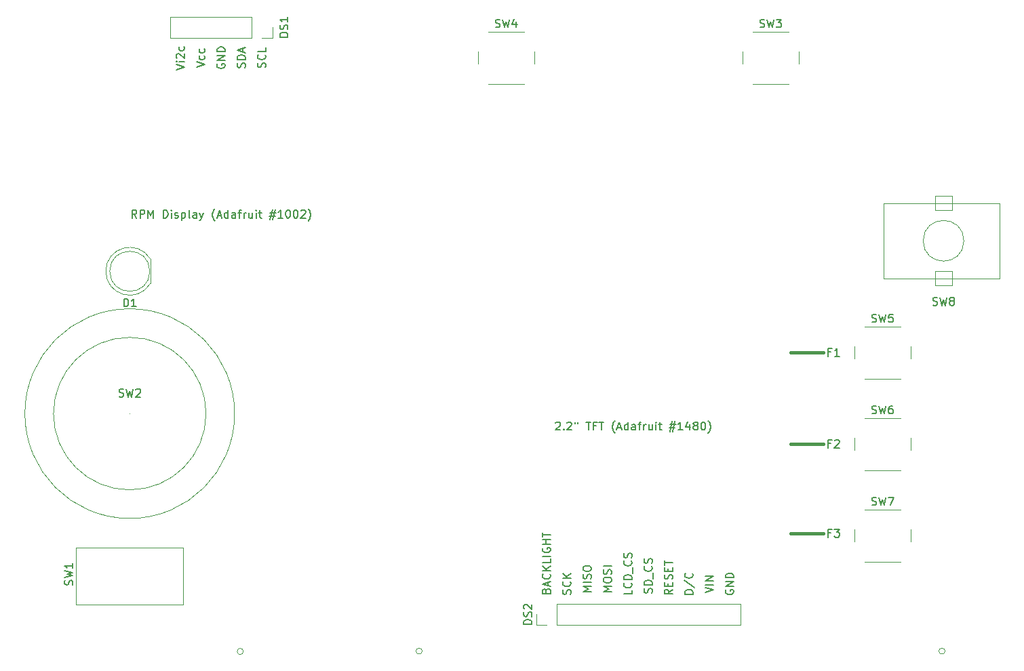
<source format=gto>
%TF.GenerationSoftware,KiCad,Pcbnew,6.0.4-6f826c9f35~116~ubuntu20.04.1*%
%TF.CreationDate,2022-04-05T18:25:49-05:00*%
%TF.ProjectId,Electroturn,456c6563-7472-46f7-9475-726e2e6b6963,rev?*%
%TF.SameCoordinates,Original*%
%TF.FileFunction,Legend,Top*%
%TF.FilePolarity,Positive*%
%FSLAX46Y46*%
G04 Gerber Fmt 4.6, Leading zero omitted, Abs format (unit mm)*
G04 Created by KiCad (PCBNEW 6.0.4-6f826c9f35~116~ubuntu20.04.1) date 2022-04-05 18:25:49*
%MOMM*%
%LPD*%
G01*
G04 APERTURE LIST*
%ADD10C,0.381000*%
%ADD11C,0.150000*%
%ADD12C,0.120000*%
%ADD13C,0.050000*%
G04 APERTURE END LIST*
D10*
X178054000Y-97536000D02*
X173990000Y-97536000D01*
X178054000Y-86360000D02*
X173990000Y-86360000D01*
X178054000Y-74930000D02*
X173990000Y-74930000D01*
D11*
X178990666Y-97464571D02*
X178657333Y-97464571D01*
X178657333Y-97988380D02*
X178657333Y-96988380D01*
X179133523Y-96988380D01*
X179419238Y-96988380D02*
X180038285Y-96988380D01*
X179704952Y-97369333D01*
X179847809Y-97369333D01*
X179943047Y-97416952D01*
X179990666Y-97464571D01*
X180038285Y-97559809D01*
X180038285Y-97797904D01*
X179990666Y-97893142D01*
X179943047Y-97940761D01*
X179847809Y-97988380D01*
X179562095Y-97988380D01*
X179466857Y-97940761D01*
X179419238Y-97893142D01*
X178990666Y-86288571D02*
X178657333Y-86288571D01*
X178657333Y-86812380D02*
X178657333Y-85812380D01*
X179133523Y-85812380D01*
X179466857Y-85907619D02*
X179514476Y-85860000D01*
X179609714Y-85812380D01*
X179847809Y-85812380D01*
X179943047Y-85860000D01*
X179990666Y-85907619D01*
X180038285Y-86002857D01*
X180038285Y-86098095D01*
X179990666Y-86240952D01*
X179419238Y-86812380D01*
X180038285Y-86812380D01*
X178990666Y-74858571D02*
X178657333Y-74858571D01*
X178657333Y-75382380D02*
X178657333Y-74382380D01*
X179133523Y-74382380D01*
X180038285Y-75382380D02*
X179466857Y-75382380D01*
X179752571Y-75382380D02*
X179752571Y-74382380D01*
X179657333Y-74525238D01*
X179562095Y-74620476D01*
X179466857Y-74668095D01*
%TO.C,SW7*%
X184086666Y-93944761D02*
X184229523Y-93992380D01*
X184467619Y-93992380D01*
X184562857Y-93944761D01*
X184610476Y-93897142D01*
X184658095Y-93801904D01*
X184658095Y-93706666D01*
X184610476Y-93611428D01*
X184562857Y-93563809D01*
X184467619Y-93516190D01*
X184277142Y-93468571D01*
X184181904Y-93420952D01*
X184134285Y-93373333D01*
X184086666Y-93278095D01*
X184086666Y-93182857D01*
X184134285Y-93087619D01*
X184181904Y-93040000D01*
X184277142Y-92992380D01*
X184515238Y-92992380D01*
X184658095Y-93040000D01*
X184991428Y-92992380D02*
X185229523Y-93992380D01*
X185420000Y-93278095D01*
X185610476Y-93992380D01*
X185848571Y-92992380D01*
X186134285Y-92992380D02*
X186800952Y-92992380D01*
X186372380Y-93992380D01*
%TO.C,SW8*%
X191706666Y-68984761D02*
X191849523Y-69032380D01*
X192087619Y-69032380D01*
X192182857Y-68984761D01*
X192230476Y-68937142D01*
X192278095Y-68841904D01*
X192278095Y-68746666D01*
X192230476Y-68651428D01*
X192182857Y-68603809D01*
X192087619Y-68556190D01*
X191897142Y-68508571D01*
X191801904Y-68460952D01*
X191754285Y-68413333D01*
X191706666Y-68318095D01*
X191706666Y-68222857D01*
X191754285Y-68127619D01*
X191801904Y-68080000D01*
X191897142Y-68032380D01*
X192135238Y-68032380D01*
X192278095Y-68080000D01*
X192611428Y-68032380D02*
X192849523Y-69032380D01*
X193040000Y-68318095D01*
X193230476Y-69032380D01*
X193468571Y-68032380D01*
X193992380Y-68460952D02*
X193897142Y-68413333D01*
X193849523Y-68365714D01*
X193801904Y-68270476D01*
X193801904Y-68222857D01*
X193849523Y-68127619D01*
X193897142Y-68080000D01*
X193992380Y-68032380D01*
X194182857Y-68032380D01*
X194278095Y-68080000D01*
X194325714Y-68127619D01*
X194373333Y-68222857D01*
X194373333Y-68270476D01*
X194325714Y-68365714D01*
X194278095Y-68413333D01*
X194182857Y-68460952D01*
X193992380Y-68460952D01*
X193897142Y-68508571D01*
X193849523Y-68556190D01*
X193801904Y-68651428D01*
X193801904Y-68841904D01*
X193849523Y-68937142D01*
X193897142Y-68984761D01*
X193992380Y-69032380D01*
X194182857Y-69032380D01*
X194278095Y-68984761D01*
X194325714Y-68937142D01*
X194373333Y-68841904D01*
X194373333Y-68651428D01*
X194325714Y-68556190D01*
X194278095Y-68508571D01*
X194182857Y-68460952D01*
%TO.C,DS2*%
X141632380Y-108846785D02*
X140632380Y-108846785D01*
X140632380Y-108608690D01*
X140680000Y-108465833D01*
X140775238Y-108370595D01*
X140870476Y-108322976D01*
X141060952Y-108275357D01*
X141203809Y-108275357D01*
X141394285Y-108322976D01*
X141489523Y-108370595D01*
X141584761Y-108465833D01*
X141632380Y-108608690D01*
X141632380Y-108846785D01*
X141584761Y-107894404D02*
X141632380Y-107751547D01*
X141632380Y-107513452D01*
X141584761Y-107418214D01*
X141537142Y-107370595D01*
X141441904Y-107322976D01*
X141346666Y-107322976D01*
X141251428Y-107370595D01*
X141203809Y-107418214D01*
X141156190Y-107513452D01*
X141108571Y-107703928D01*
X141060952Y-107799166D01*
X141013333Y-107846785D01*
X140918095Y-107894404D01*
X140822857Y-107894404D01*
X140727619Y-107846785D01*
X140680000Y-107799166D01*
X140632380Y-107703928D01*
X140632380Y-107465833D01*
X140680000Y-107322976D01*
X140727619Y-106942023D02*
X140680000Y-106894404D01*
X140632380Y-106799166D01*
X140632380Y-106561071D01*
X140680000Y-106465833D01*
X140727619Y-106418214D01*
X140822857Y-106370595D01*
X140918095Y-106370595D01*
X141060952Y-106418214D01*
X141632380Y-106989642D01*
X141632380Y-106370595D01*
X143438571Y-104687261D02*
X143486190Y-104544404D01*
X143533809Y-104496785D01*
X143629047Y-104449166D01*
X143771904Y-104449166D01*
X143867142Y-104496785D01*
X143914761Y-104544404D01*
X143962380Y-104639642D01*
X143962380Y-105020595D01*
X142962380Y-105020595D01*
X142962380Y-104687261D01*
X143010000Y-104592023D01*
X143057619Y-104544404D01*
X143152857Y-104496785D01*
X143248095Y-104496785D01*
X143343333Y-104544404D01*
X143390952Y-104592023D01*
X143438571Y-104687261D01*
X143438571Y-105020595D01*
X143676666Y-104068214D02*
X143676666Y-103592023D01*
X143962380Y-104163452D02*
X142962380Y-103830119D01*
X143962380Y-103496785D01*
X143867142Y-102592023D02*
X143914761Y-102639642D01*
X143962380Y-102782500D01*
X143962380Y-102877738D01*
X143914761Y-103020595D01*
X143819523Y-103115833D01*
X143724285Y-103163452D01*
X143533809Y-103211071D01*
X143390952Y-103211071D01*
X143200476Y-103163452D01*
X143105238Y-103115833D01*
X143010000Y-103020595D01*
X142962380Y-102877738D01*
X142962380Y-102782500D01*
X143010000Y-102639642D01*
X143057619Y-102592023D01*
X143962380Y-102163452D02*
X142962380Y-102163452D01*
X143962380Y-101592023D02*
X143390952Y-102020595D01*
X142962380Y-101592023D02*
X143533809Y-102163452D01*
X143962380Y-100687261D02*
X143962380Y-101163452D01*
X142962380Y-101163452D01*
X143962380Y-100353928D02*
X142962380Y-100353928D01*
X143010000Y-99353928D02*
X142962380Y-99449166D01*
X142962380Y-99592023D01*
X143010000Y-99734880D01*
X143105238Y-99830119D01*
X143200476Y-99877738D01*
X143390952Y-99925357D01*
X143533809Y-99925357D01*
X143724285Y-99877738D01*
X143819523Y-99830119D01*
X143914761Y-99734880D01*
X143962380Y-99592023D01*
X143962380Y-99496785D01*
X143914761Y-99353928D01*
X143867142Y-99306309D01*
X143533809Y-99306309D01*
X143533809Y-99496785D01*
X143962380Y-98877738D02*
X142962380Y-98877738D01*
X143438571Y-98877738D02*
X143438571Y-98306309D01*
X143962380Y-98306309D02*
X142962380Y-98306309D01*
X142962380Y-97972976D02*
X142962380Y-97401547D01*
X143962380Y-97687261D02*
X142962380Y-97687261D01*
X163282380Y-104917738D02*
X164282380Y-104584404D01*
X163282380Y-104251071D01*
X164282380Y-103917738D02*
X163282380Y-103917738D01*
X164282380Y-103441547D02*
X163282380Y-103441547D01*
X164282380Y-102870119D01*
X163282380Y-102870119D01*
X156614761Y-104949357D02*
X156662380Y-104806500D01*
X156662380Y-104568404D01*
X156614761Y-104473166D01*
X156567142Y-104425547D01*
X156471904Y-104377928D01*
X156376666Y-104377928D01*
X156281428Y-104425547D01*
X156233809Y-104473166D01*
X156186190Y-104568404D01*
X156138571Y-104758880D01*
X156090952Y-104854119D01*
X156043333Y-104901738D01*
X155948095Y-104949357D01*
X155852857Y-104949357D01*
X155757619Y-104901738D01*
X155710000Y-104854119D01*
X155662380Y-104758880D01*
X155662380Y-104520785D01*
X155710000Y-104377928D01*
X156662380Y-103949357D02*
X155662380Y-103949357D01*
X155662380Y-103711261D01*
X155710000Y-103568404D01*
X155805238Y-103473166D01*
X155900476Y-103425547D01*
X156090952Y-103377928D01*
X156233809Y-103377928D01*
X156424285Y-103425547D01*
X156519523Y-103473166D01*
X156614761Y-103568404D01*
X156662380Y-103711261D01*
X156662380Y-103949357D01*
X156757619Y-103187452D02*
X156757619Y-102425547D01*
X156567142Y-101616023D02*
X156614761Y-101663642D01*
X156662380Y-101806500D01*
X156662380Y-101901738D01*
X156614761Y-102044595D01*
X156519523Y-102139833D01*
X156424285Y-102187452D01*
X156233809Y-102235071D01*
X156090952Y-102235071D01*
X155900476Y-102187452D01*
X155805238Y-102139833D01*
X155710000Y-102044595D01*
X155662380Y-101901738D01*
X155662380Y-101806500D01*
X155710000Y-101663642D01*
X155757619Y-101616023D01*
X156614761Y-101235071D02*
X156662380Y-101092214D01*
X156662380Y-100854119D01*
X156614761Y-100758880D01*
X156567142Y-100711261D01*
X156471904Y-100663642D01*
X156376666Y-100663642D01*
X156281428Y-100711261D01*
X156233809Y-100758880D01*
X156186190Y-100854119D01*
X156138571Y-101044595D01*
X156090952Y-101139833D01*
X156043333Y-101187452D01*
X155948095Y-101235071D01*
X155852857Y-101235071D01*
X155757619Y-101187452D01*
X155710000Y-101139833D01*
X155662380Y-101044595D01*
X155662380Y-100806500D01*
X155710000Y-100663642D01*
X161742380Y-105108214D02*
X160742380Y-105108214D01*
X160742380Y-104870119D01*
X160790000Y-104727261D01*
X160885238Y-104632023D01*
X160980476Y-104584404D01*
X161170952Y-104536785D01*
X161313809Y-104536785D01*
X161504285Y-104584404D01*
X161599523Y-104632023D01*
X161694761Y-104727261D01*
X161742380Y-104870119D01*
X161742380Y-105108214D01*
X160694761Y-103393928D02*
X161980476Y-104251071D01*
X161647142Y-102489166D02*
X161694761Y-102536785D01*
X161742380Y-102679642D01*
X161742380Y-102774880D01*
X161694761Y-102917738D01*
X161599523Y-103012976D01*
X161504285Y-103060595D01*
X161313809Y-103108214D01*
X161170952Y-103108214D01*
X160980476Y-103060595D01*
X160885238Y-103012976D01*
X160790000Y-102917738D01*
X160742380Y-102774880D01*
X160742380Y-102679642D01*
X160790000Y-102536785D01*
X160837619Y-102489166D01*
X149042380Y-104758928D02*
X148042380Y-104758928D01*
X148756666Y-104425595D01*
X148042380Y-104092261D01*
X149042380Y-104092261D01*
X149042380Y-103616071D02*
X148042380Y-103616071D01*
X148994761Y-103187500D02*
X149042380Y-103044642D01*
X149042380Y-102806547D01*
X148994761Y-102711309D01*
X148947142Y-102663690D01*
X148851904Y-102616071D01*
X148756666Y-102616071D01*
X148661428Y-102663690D01*
X148613809Y-102711309D01*
X148566190Y-102806547D01*
X148518571Y-102997023D01*
X148470952Y-103092261D01*
X148423333Y-103139880D01*
X148328095Y-103187500D01*
X148232857Y-103187500D01*
X148137619Y-103139880D01*
X148090000Y-103092261D01*
X148042380Y-102997023D01*
X148042380Y-102758928D01*
X148090000Y-102616071D01*
X148042380Y-101997023D02*
X148042380Y-101806547D01*
X148090000Y-101711309D01*
X148185238Y-101616071D01*
X148375714Y-101568452D01*
X148709047Y-101568452D01*
X148899523Y-101616071D01*
X148994761Y-101711309D01*
X149042380Y-101806547D01*
X149042380Y-101997023D01*
X148994761Y-102092261D01*
X148899523Y-102187500D01*
X148709047Y-102235119D01*
X148375714Y-102235119D01*
X148185238Y-102187500D01*
X148090000Y-102092261D01*
X148042380Y-101997023D01*
X144614523Y-83685119D02*
X144662142Y-83637500D01*
X144757380Y-83589880D01*
X144995476Y-83589880D01*
X145090714Y-83637500D01*
X145138333Y-83685119D01*
X145185952Y-83780357D01*
X145185952Y-83875595D01*
X145138333Y-84018452D01*
X144566904Y-84589880D01*
X145185952Y-84589880D01*
X145614523Y-84494642D02*
X145662142Y-84542261D01*
X145614523Y-84589880D01*
X145566904Y-84542261D01*
X145614523Y-84494642D01*
X145614523Y-84589880D01*
X146043095Y-83685119D02*
X146090714Y-83637500D01*
X146185952Y-83589880D01*
X146424047Y-83589880D01*
X146519285Y-83637500D01*
X146566904Y-83685119D01*
X146614523Y-83780357D01*
X146614523Y-83875595D01*
X146566904Y-84018452D01*
X145995476Y-84589880D01*
X146614523Y-84589880D01*
X146995476Y-83589880D02*
X146995476Y-83780357D01*
X147376428Y-83589880D02*
X147376428Y-83780357D01*
X148424047Y-83589880D02*
X148995476Y-83589880D01*
X148709761Y-84589880D02*
X148709761Y-83589880D01*
X149662142Y-84066071D02*
X149328809Y-84066071D01*
X149328809Y-84589880D02*
X149328809Y-83589880D01*
X149805000Y-83589880D01*
X150043095Y-83589880D02*
X150614523Y-83589880D01*
X150328809Y-84589880D02*
X150328809Y-83589880D01*
X151995476Y-84970833D02*
X151947857Y-84923214D01*
X151852619Y-84780357D01*
X151805000Y-84685119D01*
X151757380Y-84542261D01*
X151709761Y-84304166D01*
X151709761Y-84113690D01*
X151757380Y-83875595D01*
X151805000Y-83732738D01*
X151852619Y-83637500D01*
X151947857Y-83494642D01*
X151995476Y-83447023D01*
X152328809Y-84304166D02*
X152805000Y-84304166D01*
X152233571Y-84589880D02*
X152566904Y-83589880D01*
X152900238Y-84589880D01*
X153662142Y-84589880D02*
X153662142Y-83589880D01*
X153662142Y-84542261D02*
X153566904Y-84589880D01*
X153376428Y-84589880D01*
X153281190Y-84542261D01*
X153233571Y-84494642D01*
X153185952Y-84399404D01*
X153185952Y-84113690D01*
X153233571Y-84018452D01*
X153281190Y-83970833D01*
X153376428Y-83923214D01*
X153566904Y-83923214D01*
X153662142Y-83970833D01*
X154566904Y-84589880D02*
X154566904Y-84066071D01*
X154519285Y-83970833D01*
X154424047Y-83923214D01*
X154233571Y-83923214D01*
X154138333Y-83970833D01*
X154566904Y-84542261D02*
X154471666Y-84589880D01*
X154233571Y-84589880D01*
X154138333Y-84542261D01*
X154090714Y-84447023D01*
X154090714Y-84351785D01*
X154138333Y-84256547D01*
X154233571Y-84208928D01*
X154471666Y-84208928D01*
X154566904Y-84161309D01*
X154900238Y-83923214D02*
X155281190Y-83923214D01*
X155043095Y-84589880D02*
X155043095Y-83732738D01*
X155090714Y-83637500D01*
X155185952Y-83589880D01*
X155281190Y-83589880D01*
X155614523Y-84589880D02*
X155614523Y-83923214D01*
X155614523Y-84113690D02*
X155662142Y-84018452D01*
X155709761Y-83970833D01*
X155805000Y-83923214D01*
X155900238Y-83923214D01*
X156662142Y-83923214D02*
X156662142Y-84589880D01*
X156233571Y-83923214D02*
X156233571Y-84447023D01*
X156281190Y-84542261D01*
X156376428Y-84589880D01*
X156519285Y-84589880D01*
X156614523Y-84542261D01*
X156662142Y-84494642D01*
X157138333Y-84589880D02*
X157138333Y-83923214D01*
X157138333Y-83589880D02*
X157090714Y-83637500D01*
X157138333Y-83685119D01*
X157185952Y-83637500D01*
X157138333Y-83589880D01*
X157138333Y-83685119D01*
X157471666Y-83923214D02*
X157852619Y-83923214D01*
X157614523Y-83589880D02*
X157614523Y-84447023D01*
X157662142Y-84542261D01*
X157757380Y-84589880D01*
X157852619Y-84589880D01*
X158900238Y-83923214D02*
X159614523Y-83923214D01*
X159185952Y-83494642D02*
X158900238Y-84780357D01*
X159519285Y-84351785D02*
X158805000Y-84351785D01*
X159233571Y-84780357D02*
X159519285Y-83494642D01*
X160471666Y-84589880D02*
X159900238Y-84589880D01*
X160185952Y-84589880D02*
X160185952Y-83589880D01*
X160090714Y-83732738D01*
X159995476Y-83827976D01*
X159900238Y-83875595D01*
X161328809Y-83923214D02*
X161328809Y-84589880D01*
X161090714Y-83542261D02*
X160852619Y-84256547D01*
X161471666Y-84256547D01*
X161995476Y-84018452D02*
X161900238Y-83970833D01*
X161852619Y-83923214D01*
X161805000Y-83827976D01*
X161805000Y-83780357D01*
X161852619Y-83685119D01*
X161900238Y-83637500D01*
X161995476Y-83589880D01*
X162185952Y-83589880D01*
X162281190Y-83637500D01*
X162328809Y-83685119D01*
X162376428Y-83780357D01*
X162376428Y-83827976D01*
X162328809Y-83923214D01*
X162281190Y-83970833D01*
X162185952Y-84018452D01*
X161995476Y-84018452D01*
X161900238Y-84066071D01*
X161852619Y-84113690D01*
X161805000Y-84208928D01*
X161805000Y-84399404D01*
X161852619Y-84494642D01*
X161900238Y-84542261D01*
X161995476Y-84589880D01*
X162185952Y-84589880D01*
X162281190Y-84542261D01*
X162328809Y-84494642D01*
X162376428Y-84399404D01*
X162376428Y-84208928D01*
X162328809Y-84113690D01*
X162281190Y-84066071D01*
X162185952Y-84018452D01*
X162995476Y-83589880D02*
X163090714Y-83589880D01*
X163185952Y-83637500D01*
X163233571Y-83685119D01*
X163281190Y-83780357D01*
X163328809Y-83970833D01*
X163328809Y-84208928D01*
X163281190Y-84399404D01*
X163233571Y-84494642D01*
X163185952Y-84542261D01*
X163090714Y-84589880D01*
X162995476Y-84589880D01*
X162900238Y-84542261D01*
X162852619Y-84494642D01*
X162805000Y-84399404D01*
X162757380Y-84208928D01*
X162757380Y-83970833D01*
X162805000Y-83780357D01*
X162852619Y-83685119D01*
X162900238Y-83637500D01*
X162995476Y-83589880D01*
X163662142Y-84970833D02*
X163709761Y-84923214D01*
X163805000Y-84780357D01*
X163852619Y-84685119D01*
X163900238Y-84542261D01*
X163947857Y-84304166D01*
X163947857Y-84113690D01*
X163900238Y-83875595D01*
X163852619Y-83732738D01*
X163805000Y-83637500D01*
X163709761Y-83494642D01*
X163662142Y-83447023D01*
X165870000Y-104584404D02*
X165822380Y-104679642D01*
X165822380Y-104822500D01*
X165870000Y-104965357D01*
X165965238Y-105060595D01*
X166060476Y-105108214D01*
X166250952Y-105155833D01*
X166393809Y-105155833D01*
X166584285Y-105108214D01*
X166679523Y-105060595D01*
X166774761Y-104965357D01*
X166822380Y-104822500D01*
X166822380Y-104727261D01*
X166774761Y-104584404D01*
X166727142Y-104536785D01*
X166393809Y-104536785D01*
X166393809Y-104727261D01*
X166822380Y-104108214D02*
X165822380Y-104108214D01*
X166822380Y-103536785D01*
X165822380Y-103536785D01*
X166822380Y-103060595D02*
X165822380Y-103060595D01*
X165822380Y-102822500D01*
X165870000Y-102679642D01*
X165965238Y-102584404D01*
X166060476Y-102536785D01*
X166250952Y-102489166D01*
X166393809Y-102489166D01*
X166584285Y-102536785D01*
X166679523Y-102584404D01*
X166774761Y-102679642D01*
X166822380Y-102822500D01*
X166822380Y-103060595D01*
X151582380Y-104758928D02*
X150582380Y-104758928D01*
X151296666Y-104425595D01*
X150582380Y-104092261D01*
X151582380Y-104092261D01*
X150582380Y-103425595D02*
X150582380Y-103235119D01*
X150630000Y-103139880D01*
X150725238Y-103044642D01*
X150915714Y-102997023D01*
X151249047Y-102997023D01*
X151439523Y-103044642D01*
X151534761Y-103139880D01*
X151582380Y-103235119D01*
X151582380Y-103425595D01*
X151534761Y-103520833D01*
X151439523Y-103616071D01*
X151249047Y-103663690D01*
X150915714Y-103663690D01*
X150725238Y-103616071D01*
X150630000Y-103520833D01*
X150582380Y-103425595D01*
X151534761Y-102616071D02*
X151582380Y-102473214D01*
X151582380Y-102235119D01*
X151534761Y-102139880D01*
X151487142Y-102092261D01*
X151391904Y-102044642D01*
X151296666Y-102044642D01*
X151201428Y-102092261D01*
X151153809Y-102139880D01*
X151106190Y-102235119D01*
X151058571Y-102425595D01*
X151010952Y-102520833D01*
X150963333Y-102568452D01*
X150868095Y-102616071D01*
X150772857Y-102616071D01*
X150677619Y-102568452D01*
X150630000Y-102520833D01*
X150582380Y-102425595D01*
X150582380Y-102187500D01*
X150630000Y-102044642D01*
X151582380Y-101616071D02*
X150582380Y-101616071D01*
X146454761Y-105108214D02*
X146502380Y-104965357D01*
X146502380Y-104727261D01*
X146454761Y-104632023D01*
X146407142Y-104584404D01*
X146311904Y-104536785D01*
X146216666Y-104536785D01*
X146121428Y-104584404D01*
X146073809Y-104632023D01*
X146026190Y-104727261D01*
X145978571Y-104917738D01*
X145930952Y-105012976D01*
X145883333Y-105060595D01*
X145788095Y-105108214D01*
X145692857Y-105108214D01*
X145597619Y-105060595D01*
X145550000Y-105012976D01*
X145502380Y-104917738D01*
X145502380Y-104679642D01*
X145550000Y-104536785D01*
X146407142Y-103536785D02*
X146454761Y-103584404D01*
X146502380Y-103727261D01*
X146502380Y-103822500D01*
X146454761Y-103965357D01*
X146359523Y-104060595D01*
X146264285Y-104108214D01*
X146073809Y-104155833D01*
X145930952Y-104155833D01*
X145740476Y-104108214D01*
X145645238Y-104060595D01*
X145550000Y-103965357D01*
X145502380Y-103822500D01*
X145502380Y-103727261D01*
X145550000Y-103584404D01*
X145597619Y-103536785D01*
X146502380Y-103108214D02*
X145502380Y-103108214D01*
X146502380Y-102536785D02*
X145930952Y-102965357D01*
X145502380Y-102536785D02*
X146073809Y-103108214D01*
X154122380Y-104600119D02*
X154122380Y-105076309D01*
X153122380Y-105076309D01*
X154027142Y-103695357D02*
X154074761Y-103742976D01*
X154122380Y-103885833D01*
X154122380Y-103981071D01*
X154074761Y-104123928D01*
X153979523Y-104219166D01*
X153884285Y-104266785D01*
X153693809Y-104314404D01*
X153550952Y-104314404D01*
X153360476Y-104266785D01*
X153265238Y-104219166D01*
X153170000Y-104123928D01*
X153122380Y-103981071D01*
X153122380Y-103885833D01*
X153170000Y-103742976D01*
X153217619Y-103695357D01*
X154122380Y-103266785D02*
X153122380Y-103266785D01*
X153122380Y-103028690D01*
X153170000Y-102885833D01*
X153265238Y-102790595D01*
X153360476Y-102742976D01*
X153550952Y-102695357D01*
X153693809Y-102695357D01*
X153884285Y-102742976D01*
X153979523Y-102790595D01*
X154074761Y-102885833D01*
X154122380Y-103028690D01*
X154122380Y-103266785D01*
X154217619Y-102504880D02*
X154217619Y-101742976D01*
X154027142Y-100933452D02*
X154074761Y-100981071D01*
X154122380Y-101123928D01*
X154122380Y-101219166D01*
X154074761Y-101362023D01*
X153979523Y-101457261D01*
X153884285Y-101504880D01*
X153693809Y-101552500D01*
X153550952Y-101552500D01*
X153360476Y-101504880D01*
X153265238Y-101457261D01*
X153170000Y-101362023D01*
X153122380Y-101219166D01*
X153122380Y-101123928D01*
X153170000Y-100981071D01*
X153217619Y-100933452D01*
X154074761Y-100552500D02*
X154122380Y-100409642D01*
X154122380Y-100171547D01*
X154074761Y-100076309D01*
X154027142Y-100028690D01*
X153931904Y-99981071D01*
X153836666Y-99981071D01*
X153741428Y-100028690D01*
X153693809Y-100076309D01*
X153646190Y-100171547D01*
X153598571Y-100362023D01*
X153550952Y-100457261D01*
X153503333Y-100504880D01*
X153408095Y-100552500D01*
X153312857Y-100552500D01*
X153217619Y-100504880D01*
X153170000Y-100457261D01*
X153122380Y-100362023D01*
X153122380Y-100123928D01*
X153170000Y-99981071D01*
X159202380Y-104512880D02*
X158726190Y-104846214D01*
X159202380Y-105084309D02*
X158202380Y-105084309D01*
X158202380Y-104703357D01*
X158250000Y-104608119D01*
X158297619Y-104560500D01*
X158392857Y-104512880D01*
X158535714Y-104512880D01*
X158630952Y-104560500D01*
X158678571Y-104608119D01*
X158726190Y-104703357D01*
X158726190Y-105084309D01*
X158678571Y-104084309D02*
X158678571Y-103750976D01*
X159202380Y-103608119D02*
X159202380Y-104084309D01*
X158202380Y-104084309D01*
X158202380Y-103608119D01*
X159154761Y-103227166D02*
X159202380Y-103084309D01*
X159202380Y-102846214D01*
X159154761Y-102750976D01*
X159107142Y-102703357D01*
X159011904Y-102655738D01*
X158916666Y-102655738D01*
X158821428Y-102703357D01*
X158773809Y-102750976D01*
X158726190Y-102846214D01*
X158678571Y-103036690D01*
X158630952Y-103131928D01*
X158583333Y-103179547D01*
X158488095Y-103227166D01*
X158392857Y-103227166D01*
X158297619Y-103179547D01*
X158250000Y-103131928D01*
X158202380Y-103036690D01*
X158202380Y-102798595D01*
X158250000Y-102655738D01*
X158678571Y-102227166D02*
X158678571Y-101893833D01*
X159202380Y-101750976D02*
X159202380Y-102227166D01*
X158202380Y-102227166D01*
X158202380Y-101750976D01*
X158202380Y-101465261D02*
X158202380Y-100893833D01*
X159202380Y-101179547D02*
X158202380Y-101179547D01*
%TO.C,D1*%
X90701904Y-69182380D02*
X90701904Y-68182380D01*
X90940000Y-68182380D01*
X91082857Y-68230000D01*
X91178095Y-68325238D01*
X91225714Y-68420476D01*
X91273333Y-68610952D01*
X91273333Y-68753809D01*
X91225714Y-68944285D01*
X91178095Y-69039523D01*
X91082857Y-69134761D01*
X90940000Y-69182380D01*
X90701904Y-69182380D01*
X92225714Y-69182380D02*
X91654285Y-69182380D01*
X91940000Y-69182380D02*
X91940000Y-68182380D01*
X91844761Y-68325238D01*
X91749523Y-68420476D01*
X91654285Y-68468095D01*
%TO.C,SW1*%
X84273761Y-103949333D02*
X84321380Y-103806476D01*
X84321380Y-103568380D01*
X84273761Y-103473142D01*
X84226142Y-103425523D01*
X84130904Y-103377904D01*
X84035666Y-103377904D01*
X83940428Y-103425523D01*
X83892809Y-103473142D01*
X83845190Y-103568380D01*
X83797571Y-103758857D01*
X83749952Y-103854095D01*
X83702333Y-103901714D01*
X83607095Y-103949333D01*
X83511857Y-103949333D01*
X83416619Y-103901714D01*
X83369000Y-103854095D01*
X83321380Y-103758857D01*
X83321380Y-103520761D01*
X83369000Y-103377904D01*
X83321380Y-103044571D02*
X84321380Y-102806476D01*
X83607095Y-102616000D01*
X84321380Y-102425523D01*
X83321380Y-102187428D01*
X84321380Y-101282666D02*
X84321380Y-101854095D01*
X84321380Y-101568380D02*
X83321380Y-101568380D01*
X83464238Y-101663619D01*
X83559476Y-101758857D01*
X83607095Y-101854095D01*
%TO.C,DS1*%
X111172380Y-35504285D02*
X110172380Y-35504285D01*
X110172380Y-35266190D01*
X110220000Y-35123333D01*
X110315238Y-35028095D01*
X110410476Y-34980476D01*
X110600952Y-34932857D01*
X110743809Y-34932857D01*
X110934285Y-34980476D01*
X111029523Y-35028095D01*
X111124761Y-35123333D01*
X111172380Y-35266190D01*
X111172380Y-35504285D01*
X111124761Y-34551904D02*
X111172380Y-34409047D01*
X111172380Y-34170952D01*
X111124761Y-34075714D01*
X111077142Y-34028095D01*
X110981904Y-33980476D01*
X110886666Y-33980476D01*
X110791428Y-34028095D01*
X110743809Y-34075714D01*
X110696190Y-34170952D01*
X110648571Y-34361428D01*
X110600952Y-34456666D01*
X110553333Y-34504285D01*
X110458095Y-34551904D01*
X110362857Y-34551904D01*
X110267619Y-34504285D01*
X110220000Y-34456666D01*
X110172380Y-34361428D01*
X110172380Y-34123333D01*
X110220000Y-33980476D01*
X111172380Y-33028095D02*
X111172380Y-33599523D01*
X111172380Y-33313809D02*
X110172380Y-33313809D01*
X110315238Y-33409047D01*
X110410476Y-33504285D01*
X110458095Y-33599523D01*
X99782380Y-39290476D02*
X100782380Y-38957142D01*
X99782380Y-38623809D01*
X100734761Y-37861904D02*
X100782380Y-37957142D01*
X100782380Y-38147619D01*
X100734761Y-38242857D01*
X100687142Y-38290476D01*
X100591904Y-38338095D01*
X100306190Y-38338095D01*
X100210952Y-38290476D01*
X100163333Y-38242857D01*
X100115714Y-38147619D01*
X100115714Y-37957142D01*
X100163333Y-37861904D01*
X100734761Y-37004761D02*
X100782380Y-37100000D01*
X100782380Y-37290476D01*
X100734761Y-37385714D01*
X100687142Y-37433333D01*
X100591904Y-37480952D01*
X100306190Y-37480952D01*
X100210952Y-37433333D01*
X100163333Y-37385714D01*
X100115714Y-37290476D01*
X100115714Y-37100000D01*
X100163333Y-37004761D01*
X102370000Y-38861904D02*
X102322380Y-38957142D01*
X102322380Y-39100000D01*
X102370000Y-39242857D01*
X102465238Y-39338095D01*
X102560476Y-39385714D01*
X102750952Y-39433333D01*
X102893809Y-39433333D01*
X103084285Y-39385714D01*
X103179523Y-39338095D01*
X103274761Y-39242857D01*
X103322380Y-39100000D01*
X103322380Y-39004761D01*
X103274761Y-38861904D01*
X103227142Y-38814285D01*
X102893809Y-38814285D01*
X102893809Y-39004761D01*
X103322380Y-38385714D02*
X102322380Y-38385714D01*
X103322380Y-37814285D01*
X102322380Y-37814285D01*
X103322380Y-37338095D02*
X102322380Y-37338095D01*
X102322380Y-37100000D01*
X102370000Y-36957142D01*
X102465238Y-36861904D01*
X102560476Y-36814285D01*
X102750952Y-36766666D01*
X102893809Y-36766666D01*
X103084285Y-36814285D01*
X103179523Y-36861904D01*
X103274761Y-36957142D01*
X103322380Y-37100000D01*
X103322380Y-37338095D01*
X105814761Y-39314285D02*
X105862380Y-39171428D01*
X105862380Y-38933333D01*
X105814761Y-38838095D01*
X105767142Y-38790476D01*
X105671904Y-38742857D01*
X105576666Y-38742857D01*
X105481428Y-38790476D01*
X105433809Y-38838095D01*
X105386190Y-38933333D01*
X105338571Y-39123809D01*
X105290952Y-39219047D01*
X105243333Y-39266666D01*
X105148095Y-39314285D01*
X105052857Y-39314285D01*
X104957619Y-39266666D01*
X104910000Y-39219047D01*
X104862380Y-39123809D01*
X104862380Y-38885714D01*
X104910000Y-38742857D01*
X105862380Y-38314285D02*
X104862380Y-38314285D01*
X104862380Y-38076190D01*
X104910000Y-37933333D01*
X105005238Y-37838095D01*
X105100476Y-37790476D01*
X105290952Y-37742857D01*
X105433809Y-37742857D01*
X105624285Y-37790476D01*
X105719523Y-37838095D01*
X105814761Y-37933333D01*
X105862380Y-38076190D01*
X105862380Y-38314285D01*
X105576666Y-37361904D02*
X105576666Y-36885714D01*
X105862380Y-37457142D02*
X104862380Y-37123809D01*
X105862380Y-36790476D01*
X92298571Y-58110380D02*
X91965238Y-57634190D01*
X91727142Y-58110380D02*
X91727142Y-57110380D01*
X92108095Y-57110380D01*
X92203333Y-57158000D01*
X92250952Y-57205619D01*
X92298571Y-57300857D01*
X92298571Y-57443714D01*
X92250952Y-57538952D01*
X92203333Y-57586571D01*
X92108095Y-57634190D01*
X91727142Y-57634190D01*
X92727142Y-58110380D02*
X92727142Y-57110380D01*
X93108095Y-57110380D01*
X93203333Y-57158000D01*
X93250952Y-57205619D01*
X93298571Y-57300857D01*
X93298571Y-57443714D01*
X93250952Y-57538952D01*
X93203333Y-57586571D01*
X93108095Y-57634190D01*
X92727142Y-57634190D01*
X93727142Y-58110380D02*
X93727142Y-57110380D01*
X94060476Y-57824666D01*
X94393809Y-57110380D01*
X94393809Y-58110380D01*
X95631904Y-58110380D02*
X95631904Y-57110380D01*
X95870000Y-57110380D01*
X96012857Y-57158000D01*
X96108095Y-57253238D01*
X96155714Y-57348476D01*
X96203333Y-57538952D01*
X96203333Y-57681809D01*
X96155714Y-57872285D01*
X96108095Y-57967523D01*
X96012857Y-58062761D01*
X95870000Y-58110380D01*
X95631904Y-58110380D01*
X96631904Y-58110380D02*
X96631904Y-57443714D01*
X96631904Y-57110380D02*
X96584285Y-57158000D01*
X96631904Y-57205619D01*
X96679523Y-57158000D01*
X96631904Y-57110380D01*
X96631904Y-57205619D01*
X97060476Y-58062761D02*
X97155714Y-58110380D01*
X97346190Y-58110380D01*
X97441428Y-58062761D01*
X97489047Y-57967523D01*
X97489047Y-57919904D01*
X97441428Y-57824666D01*
X97346190Y-57777047D01*
X97203333Y-57777047D01*
X97108095Y-57729428D01*
X97060476Y-57634190D01*
X97060476Y-57586571D01*
X97108095Y-57491333D01*
X97203333Y-57443714D01*
X97346190Y-57443714D01*
X97441428Y-57491333D01*
X97917619Y-57443714D02*
X97917619Y-58443714D01*
X97917619Y-57491333D02*
X98012857Y-57443714D01*
X98203333Y-57443714D01*
X98298571Y-57491333D01*
X98346190Y-57538952D01*
X98393809Y-57634190D01*
X98393809Y-57919904D01*
X98346190Y-58015142D01*
X98298571Y-58062761D01*
X98203333Y-58110380D01*
X98012857Y-58110380D01*
X97917619Y-58062761D01*
X98965238Y-58110380D02*
X98870000Y-58062761D01*
X98822380Y-57967523D01*
X98822380Y-57110380D01*
X99774761Y-58110380D02*
X99774761Y-57586571D01*
X99727142Y-57491333D01*
X99631904Y-57443714D01*
X99441428Y-57443714D01*
X99346190Y-57491333D01*
X99774761Y-58062761D02*
X99679523Y-58110380D01*
X99441428Y-58110380D01*
X99346190Y-58062761D01*
X99298571Y-57967523D01*
X99298571Y-57872285D01*
X99346190Y-57777047D01*
X99441428Y-57729428D01*
X99679523Y-57729428D01*
X99774761Y-57681809D01*
X100155714Y-57443714D02*
X100393809Y-58110380D01*
X100631904Y-57443714D02*
X100393809Y-58110380D01*
X100298571Y-58348476D01*
X100250952Y-58396095D01*
X100155714Y-58443714D01*
X102060476Y-58491333D02*
X102012857Y-58443714D01*
X101917619Y-58300857D01*
X101869999Y-58205619D01*
X101822380Y-58062761D01*
X101774761Y-57824666D01*
X101774761Y-57634190D01*
X101822380Y-57396095D01*
X101869999Y-57253238D01*
X101917619Y-57158000D01*
X102012857Y-57015142D01*
X102060476Y-56967523D01*
X102393809Y-57824666D02*
X102869999Y-57824666D01*
X102298571Y-58110380D02*
X102631904Y-57110380D01*
X102965238Y-58110380D01*
X103727142Y-58110380D02*
X103727142Y-57110380D01*
X103727142Y-58062761D02*
X103631904Y-58110380D01*
X103441428Y-58110380D01*
X103346190Y-58062761D01*
X103298571Y-58015142D01*
X103250952Y-57919904D01*
X103250952Y-57634190D01*
X103298571Y-57538952D01*
X103346190Y-57491333D01*
X103441428Y-57443714D01*
X103631904Y-57443714D01*
X103727142Y-57491333D01*
X104631904Y-58110380D02*
X104631904Y-57586571D01*
X104584285Y-57491333D01*
X104489047Y-57443714D01*
X104298571Y-57443714D01*
X104203333Y-57491333D01*
X104631904Y-58062761D02*
X104536666Y-58110380D01*
X104298571Y-58110380D01*
X104203333Y-58062761D01*
X104155714Y-57967523D01*
X104155714Y-57872285D01*
X104203333Y-57777047D01*
X104298571Y-57729428D01*
X104536666Y-57729428D01*
X104631904Y-57681809D01*
X104965238Y-57443714D02*
X105346190Y-57443714D01*
X105108095Y-58110380D02*
X105108095Y-57253238D01*
X105155714Y-57158000D01*
X105250952Y-57110380D01*
X105346190Y-57110380D01*
X105679523Y-58110380D02*
X105679523Y-57443714D01*
X105679523Y-57634190D02*
X105727142Y-57538952D01*
X105774761Y-57491333D01*
X105869999Y-57443714D01*
X105965238Y-57443714D01*
X106727142Y-57443714D02*
X106727142Y-58110380D01*
X106298571Y-57443714D02*
X106298571Y-57967523D01*
X106346190Y-58062761D01*
X106441428Y-58110380D01*
X106584285Y-58110380D01*
X106679523Y-58062761D01*
X106727142Y-58015142D01*
X107203333Y-58110380D02*
X107203333Y-57443714D01*
X107203333Y-57110380D02*
X107155714Y-57158000D01*
X107203333Y-57205619D01*
X107250952Y-57158000D01*
X107203333Y-57110380D01*
X107203333Y-57205619D01*
X107536666Y-57443714D02*
X107917619Y-57443714D01*
X107679523Y-57110380D02*
X107679523Y-57967523D01*
X107727142Y-58062761D01*
X107822380Y-58110380D01*
X107917619Y-58110380D01*
X108965238Y-57443714D02*
X109679523Y-57443714D01*
X109250952Y-57015142D02*
X108965238Y-58300857D01*
X109584285Y-57872285D02*
X108869999Y-57872285D01*
X109298571Y-58300857D02*
X109584285Y-57015142D01*
X110536666Y-58110380D02*
X109965238Y-58110380D01*
X110250952Y-58110380D02*
X110250952Y-57110380D01*
X110155714Y-57253238D01*
X110060476Y-57348476D01*
X109965238Y-57396095D01*
X111155714Y-57110380D02*
X111250952Y-57110380D01*
X111346190Y-57158000D01*
X111393809Y-57205619D01*
X111441428Y-57300857D01*
X111489047Y-57491333D01*
X111489047Y-57729428D01*
X111441428Y-57919904D01*
X111393809Y-58015142D01*
X111346190Y-58062761D01*
X111250952Y-58110380D01*
X111155714Y-58110380D01*
X111060476Y-58062761D01*
X111012857Y-58015142D01*
X110965238Y-57919904D01*
X110917619Y-57729428D01*
X110917619Y-57491333D01*
X110965238Y-57300857D01*
X111012857Y-57205619D01*
X111060476Y-57158000D01*
X111155714Y-57110380D01*
X112108095Y-57110380D02*
X112203333Y-57110380D01*
X112298571Y-57158000D01*
X112346190Y-57205619D01*
X112393809Y-57300857D01*
X112441428Y-57491333D01*
X112441428Y-57729428D01*
X112393809Y-57919904D01*
X112346190Y-58015142D01*
X112298571Y-58062761D01*
X112203333Y-58110380D01*
X112108095Y-58110380D01*
X112012857Y-58062761D01*
X111965238Y-58015142D01*
X111917619Y-57919904D01*
X111869999Y-57729428D01*
X111869999Y-57491333D01*
X111917619Y-57300857D01*
X111965238Y-57205619D01*
X112012857Y-57158000D01*
X112108095Y-57110380D01*
X112822380Y-57205619D02*
X112869999Y-57158000D01*
X112965238Y-57110380D01*
X113203333Y-57110380D01*
X113298571Y-57158000D01*
X113346190Y-57205619D01*
X113393809Y-57300857D01*
X113393809Y-57396095D01*
X113346190Y-57538952D01*
X112774761Y-58110380D01*
X113393809Y-58110380D01*
X113727142Y-58491333D02*
X113774761Y-58443714D01*
X113869999Y-58300857D01*
X113917619Y-58205619D01*
X113965238Y-58062761D01*
X114012857Y-57824666D01*
X114012857Y-57634190D01*
X113965238Y-57396095D01*
X113917619Y-57253238D01*
X113869999Y-57158000D01*
X113774761Y-57015142D01*
X113727142Y-56967523D01*
X97242380Y-39576190D02*
X98242380Y-39242857D01*
X97242380Y-38909523D01*
X98242380Y-38576190D02*
X97575714Y-38576190D01*
X97242380Y-38576190D02*
X97290000Y-38623809D01*
X97337619Y-38576190D01*
X97290000Y-38528571D01*
X97242380Y-38576190D01*
X97337619Y-38576190D01*
X97337619Y-38147619D02*
X97290000Y-38100000D01*
X97242380Y-38004761D01*
X97242380Y-37766666D01*
X97290000Y-37671428D01*
X97337619Y-37623809D01*
X97432857Y-37576190D01*
X97528095Y-37576190D01*
X97670952Y-37623809D01*
X98242380Y-38195238D01*
X98242380Y-37576190D01*
X98194761Y-36719047D02*
X98242380Y-36814285D01*
X98242380Y-37004761D01*
X98194761Y-37100000D01*
X98147142Y-37147619D01*
X98051904Y-37195238D01*
X97766190Y-37195238D01*
X97670952Y-37147619D01*
X97623333Y-37100000D01*
X97575714Y-37004761D01*
X97575714Y-36814285D01*
X97623333Y-36719047D01*
X108354761Y-39290476D02*
X108402380Y-39147619D01*
X108402380Y-38909523D01*
X108354761Y-38814285D01*
X108307142Y-38766666D01*
X108211904Y-38719047D01*
X108116666Y-38719047D01*
X108021428Y-38766666D01*
X107973809Y-38814285D01*
X107926190Y-38909523D01*
X107878571Y-39100000D01*
X107830952Y-39195238D01*
X107783333Y-39242857D01*
X107688095Y-39290476D01*
X107592857Y-39290476D01*
X107497619Y-39242857D01*
X107450000Y-39195238D01*
X107402380Y-39100000D01*
X107402380Y-38861904D01*
X107450000Y-38719047D01*
X108307142Y-37719047D02*
X108354761Y-37766666D01*
X108402380Y-37909523D01*
X108402380Y-38004761D01*
X108354761Y-38147619D01*
X108259523Y-38242857D01*
X108164285Y-38290476D01*
X107973809Y-38338095D01*
X107830952Y-38338095D01*
X107640476Y-38290476D01*
X107545238Y-38242857D01*
X107450000Y-38147619D01*
X107402380Y-38004761D01*
X107402380Y-37909523D01*
X107450000Y-37766666D01*
X107497619Y-37719047D01*
X108402380Y-36814285D02*
X108402380Y-37290476D01*
X107402380Y-37290476D01*
%TO.C,SW2*%
X90106666Y-80414761D02*
X90249523Y-80462380D01*
X90487619Y-80462380D01*
X90582857Y-80414761D01*
X90630476Y-80367142D01*
X90678095Y-80271904D01*
X90678095Y-80176666D01*
X90630476Y-80081428D01*
X90582857Y-80033809D01*
X90487619Y-79986190D01*
X90297142Y-79938571D01*
X90201904Y-79890952D01*
X90154285Y-79843333D01*
X90106666Y-79748095D01*
X90106666Y-79652857D01*
X90154285Y-79557619D01*
X90201904Y-79510000D01*
X90297142Y-79462380D01*
X90535238Y-79462380D01*
X90678095Y-79510000D01*
X91011428Y-79462380D02*
X91249523Y-80462380D01*
X91440000Y-79748095D01*
X91630476Y-80462380D01*
X91868571Y-79462380D01*
X92201904Y-79557619D02*
X92249523Y-79510000D01*
X92344761Y-79462380D01*
X92582857Y-79462380D01*
X92678095Y-79510000D01*
X92725714Y-79557619D01*
X92773333Y-79652857D01*
X92773333Y-79748095D01*
X92725714Y-79890952D01*
X92154285Y-80462380D01*
X92773333Y-80462380D01*
%TO.C,SW5*%
X184086666Y-71084761D02*
X184229523Y-71132380D01*
X184467619Y-71132380D01*
X184562857Y-71084761D01*
X184610476Y-71037142D01*
X184658095Y-70941904D01*
X184658095Y-70846666D01*
X184610476Y-70751428D01*
X184562857Y-70703809D01*
X184467619Y-70656190D01*
X184277142Y-70608571D01*
X184181904Y-70560952D01*
X184134285Y-70513333D01*
X184086666Y-70418095D01*
X184086666Y-70322857D01*
X184134285Y-70227619D01*
X184181904Y-70180000D01*
X184277142Y-70132380D01*
X184515238Y-70132380D01*
X184658095Y-70180000D01*
X184991428Y-70132380D02*
X185229523Y-71132380D01*
X185420000Y-70418095D01*
X185610476Y-71132380D01*
X185848571Y-70132380D01*
X186705714Y-70132380D02*
X186229523Y-70132380D01*
X186181904Y-70608571D01*
X186229523Y-70560952D01*
X186324761Y-70513333D01*
X186562857Y-70513333D01*
X186658095Y-70560952D01*
X186705714Y-70608571D01*
X186753333Y-70703809D01*
X186753333Y-70941904D01*
X186705714Y-71037142D01*
X186658095Y-71084761D01*
X186562857Y-71132380D01*
X186324761Y-71132380D01*
X186229523Y-71084761D01*
X186181904Y-71037142D01*
%TO.C,SW6*%
X184086666Y-82514761D02*
X184229523Y-82562380D01*
X184467619Y-82562380D01*
X184562857Y-82514761D01*
X184610476Y-82467142D01*
X184658095Y-82371904D01*
X184658095Y-82276666D01*
X184610476Y-82181428D01*
X184562857Y-82133809D01*
X184467619Y-82086190D01*
X184277142Y-82038571D01*
X184181904Y-81990952D01*
X184134285Y-81943333D01*
X184086666Y-81848095D01*
X184086666Y-81752857D01*
X184134285Y-81657619D01*
X184181904Y-81610000D01*
X184277142Y-81562380D01*
X184515238Y-81562380D01*
X184658095Y-81610000D01*
X184991428Y-81562380D02*
X185229523Y-82562380D01*
X185420000Y-81848095D01*
X185610476Y-82562380D01*
X185848571Y-81562380D01*
X186658095Y-81562380D02*
X186467619Y-81562380D01*
X186372380Y-81610000D01*
X186324761Y-81657619D01*
X186229523Y-81800476D01*
X186181904Y-81990952D01*
X186181904Y-82371904D01*
X186229523Y-82467142D01*
X186277142Y-82514761D01*
X186372380Y-82562380D01*
X186562857Y-82562380D01*
X186658095Y-82514761D01*
X186705714Y-82467142D01*
X186753333Y-82371904D01*
X186753333Y-82133809D01*
X186705714Y-82038571D01*
X186658095Y-81990952D01*
X186562857Y-81943333D01*
X186372380Y-81943333D01*
X186277142Y-81990952D01*
X186229523Y-82038571D01*
X186181904Y-82133809D01*
%TO.C,SW4*%
X137096666Y-34254761D02*
X137239523Y-34302380D01*
X137477619Y-34302380D01*
X137572857Y-34254761D01*
X137620476Y-34207142D01*
X137668095Y-34111904D01*
X137668095Y-34016666D01*
X137620476Y-33921428D01*
X137572857Y-33873809D01*
X137477619Y-33826190D01*
X137287142Y-33778571D01*
X137191904Y-33730952D01*
X137144285Y-33683333D01*
X137096666Y-33588095D01*
X137096666Y-33492857D01*
X137144285Y-33397619D01*
X137191904Y-33350000D01*
X137287142Y-33302380D01*
X137525238Y-33302380D01*
X137668095Y-33350000D01*
X138001428Y-33302380D02*
X138239523Y-34302380D01*
X138430000Y-33588095D01*
X138620476Y-34302380D01*
X138858571Y-33302380D01*
X139668095Y-33635714D02*
X139668095Y-34302380D01*
X139430000Y-33254761D02*
X139191904Y-33969047D01*
X139810952Y-33969047D01*
%TO.C,SW3*%
X170116666Y-34254761D02*
X170259523Y-34302380D01*
X170497619Y-34302380D01*
X170592857Y-34254761D01*
X170640476Y-34207142D01*
X170688095Y-34111904D01*
X170688095Y-34016666D01*
X170640476Y-33921428D01*
X170592857Y-33873809D01*
X170497619Y-33826190D01*
X170307142Y-33778571D01*
X170211904Y-33730952D01*
X170164285Y-33683333D01*
X170116666Y-33588095D01*
X170116666Y-33492857D01*
X170164285Y-33397619D01*
X170211904Y-33350000D01*
X170307142Y-33302380D01*
X170545238Y-33302380D01*
X170688095Y-33350000D01*
X171021428Y-33302380D02*
X171259523Y-34302380D01*
X171450000Y-33588095D01*
X171640476Y-34302380D01*
X171878571Y-33302380D01*
X172164285Y-33302380D02*
X172783333Y-33302380D01*
X172450000Y-33683333D01*
X172592857Y-33683333D01*
X172688095Y-33730952D01*
X172735714Y-33778571D01*
X172783333Y-33873809D01*
X172783333Y-34111904D01*
X172735714Y-34207142D01*
X172688095Y-34254761D01*
X172592857Y-34302380D01*
X172307142Y-34302380D01*
X172211904Y-34254761D01*
X172164285Y-34207142D01*
D12*
%TO.C,J2*%
X127947700Y-112216801D02*
G75*
G03*
X127947700Y-112216801I-381000J0D01*
G01*
%TO.C,J1*%
X193225700Y-112216801D02*
G75*
G03*
X193225700Y-112216801I-381000J0D01*
G01*
%TO.C,J3*%
X105614724Y-112268000D02*
G75*
G03*
X105614724Y-112268000I-381000J0D01*
G01*
%TO.C,SW7*%
X188920000Y-98540000D02*
X188920000Y-97040000D01*
X183170000Y-101040000D02*
X187670000Y-101040000D01*
X181920000Y-97040000D02*
X181920000Y-98540000D01*
X187670000Y-94540000D02*
X183170000Y-94540000D01*
%TO.C,SW8*%
X185540000Y-65660000D02*
X200040000Y-65660000D01*
X185540000Y-56260000D02*
X200040000Y-56260000D01*
X185540000Y-56260000D02*
X185540000Y-65660000D01*
X200040000Y-56260000D02*
X200040000Y-65660000D01*
X194090000Y-66560000D02*
X191990000Y-66560000D01*
X191990000Y-66560000D02*
X191990000Y-64760000D01*
X191990000Y-64760000D02*
X194090000Y-64760000D01*
X194090000Y-64760000D02*
X194090000Y-66560000D01*
X194090000Y-55360000D02*
X191990000Y-55360000D01*
X191990000Y-55360000D02*
X191990000Y-57160000D01*
X191990000Y-57160000D02*
X194090000Y-57160000D01*
X194090000Y-57160000D02*
X194090000Y-55360000D01*
X195580000Y-60960000D02*
G75*
G03*
X195580000Y-60960000I-2540000J0D01*
G01*
%TO.C,DS2*%
X142180000Y-108962500D02*
X142180000Y-107632500D01*
X143510000Y-108962500D02*
X142180000Y-108962500D01*
X144780000Y-108962500D02*
X144780000Y-106302500D01*
X144780000Y-108962500D02*
X167700000Y-108962500D01*
X144780000Y-106302500D02*
X167700000Y-106302500D01*
X167700000Y-108962500D02*
X167700000Y-106302500D01*
%TO.C,D1*%
X94000000Y-66315000D02*
X94000000Y-63225000D01*
X94000000Y-63225170D02*
G75*
G03*
X88450000Y-64770462I-2560000J-1544830D01*
G01*
X88450000Y-64769538D02*
G75*
G03*
X94000000Y-66314830I2990000J-462D01*
G01*
X93940000Y-64770000D02*
G75*
G03*
X93940000Y-64770000I-2500000J0D01*
G01*
D13*
%TO.C,SW1*%
X84758000Y-106426000D02*
X98093000Y-106426000D01*
X98093000Y-106426000D02*
X98093000Y-99314000D01*
X98093000Y-99314000D02*
X84758000Y-99314000D01*
X84758000Y-99314000D02*
X84758000Y-106426000D01*
D12*
%TO.C,DS1*%
X109280000Y-34290000D02*
X109280000Y-35620000D01*
X106680000Y-35620000D02*
X96460000Y-35620000D01*
X109280000Y-35620000D02*
X107950000Y-35620000D01*
X96460000Y-32960000D02*
X96460000Y-35620000D01*
X106680000Y-32960000D02*
X96460000Y-32960000D01*
X106680000Y-32960000D02*
X106680000Y-35620000D01*
%TO.C,SW2*%
X91440000Y-82550000D02*
G75*
G03*
X91440000Y-82550000I0J0D01*
G01*
X104533700Y-82550000D02*
G75*
G03*
X104533700Y-82550000I-13093700J0D01*
G01*
X100965000Y-82550000D02*
G75*
G03*
X100965000Y-82550000I-9525000J0D01*
G01*
%TO.C,SW5*%
X181920000Y-74180000D02*
X181920000Y-75680000D01*
X183170000Y-78180000D02*
X187670000Y-78180000D01*
X187670000Y-71680000D02*
X183170000Y-71680000D01*
X188920000Y-75680000D02*
X188920000Y-74180000D01*
%TO.C,SW6*%
X187670000Y-83110000D02*
X183170000Y-83110000D01*
X183170000Y-89610000D02*
X187670000Y-89610000D01*
X181920000Y-85610000D02*
X181920000Y-87110000D01*
X188920000Y-87110000D02*
X188920000Y-85610000D01*
%TO.C,SW4*%
X140680000Y-34850000D02*
X136180000Y-34850000D01*
X136180000Y-41350000D02*
X140680000Y-41350000D01*
X134930000Y-37350000D02*
X134930000Y-38850000D01*
X141930000Y-38850000D02*
X141930000Y-37350000D01*
%TO.C,SW3*%
X173700000Y-34850000D02*
X169200000Y-34850000D01*
X169200000Y-41350000D02*
X173700000Y-41350000D01*
X167950000Y-37350000D02*
X167950000Y-38850000D01*
X174950000Y-38850000D02*
X174950000Y-37350000D01*
%TD*%
M02*

</source>
